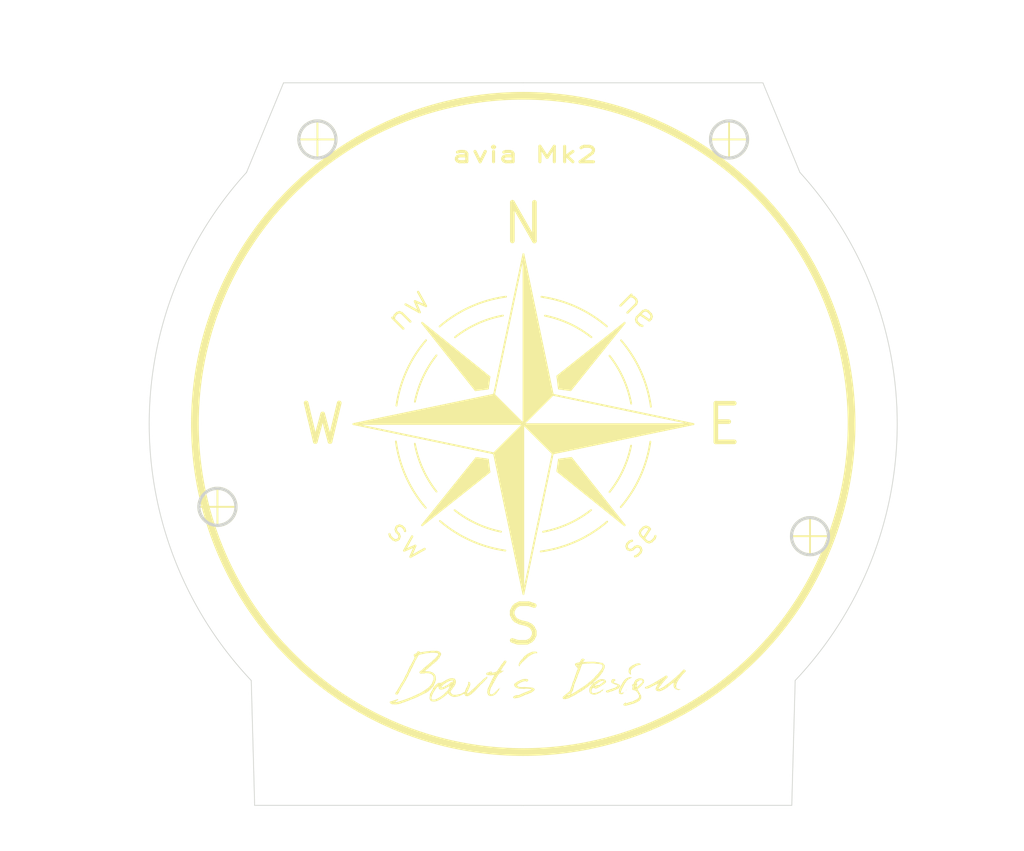
<source format=kicad_pcb>
(kicad_pcb (version 20211014) (generator pcbnew)
  (layers (0 "F.Cu" signal) (31 "B.Cu" signal) (34 "B.Paste" user) (35 "F.Paste" user) (36 "B.SilkS" user "B.Silkscreen") (37 "F.SilkS" user "F.Silkscreen") (38 "B.Mask" user) (39 "F.Mask" user) (44 "Edge.Cuts" user))
  (net 0 "")
  (footprint "BartLib_Logo:BD_full 20x5.2" (layer "F.Cu") (at 201.02 116.87)
    (fp_text reference "G***" hide)
    (fp_text value "LOGO" hide)
  )
  (gr_arc (start 194.388408 104.383699) (mid 193.499841 102.919271) (end 192.986752 101.285) (layer "F.SilkS") (width 0.12))
  (gr_arc (start 195.588053 94.386656) (mid 197.052476 93.498077) (end 198.686752 92.985) (layer "F.SilkS") (width 0.12))
  (gr_line (start 206.561752 93.46) (end 203.061752 97.81) (layer "F.SilkS") (width 0.12))
  (gr_line (start 193.461752 106.56) (end 196.961752 102.21) (layer "F.SilkS") (width 0.12))
  (gr_circle (center 180.211752 105.37) (end 181.411752 105.37) (layer "F.SilkS") (width 0.2) (fill none))
  (gr_circle (center 200.001752 100) (end 178.753504 100) (layer "F.SilkS") (width 0.5) (fill none))
  (gr_line (start 180.211752 106.57) (end 180.211752 104.17) (layer "F.SilkS") (width 0.12))
  (gr_line (start 217.361752 107.27) (end 219.761752 107.27) (layer "F.SilkS") (width 0.12))
  (gr_arc (start 208.22649 101.154648) (mid 207.571083 103.406498) (end 206.311752 105.385) (layer "F.SilkS") (width 0.12))
  (gr_circle (center 218.561752 107.27) (end 219.761752 107.27) (layer "F.SilkS") (width 0.2) (fill none))
  (gr_line (start 218.561752 108.47) (end 218.561752 106.07) (layer "F.SilkS") (width 0.12))
  (gr_arc (start 198.842104 108.199738) (mid 196.590262 107.544314) (end 194.611752 106.285) (layer "F.SilkS") (width 0.12))
  (gr_arc (start 201.410495 92.991175) (mid 202.993022 93.51174) (end 204.411752 94.385) (layer "F.SilkS") (width 0.12))
  (gr_line (start 186.681752 82.78) (end 186.681752 80.38) (layer "F.SilkS") (width 0.12))
  (gr_arc (start 205.585096 95.586301) (mid 206.473662 97.05073) (end 206.986752 98.685) (layer "F.SilkS") (width 0.12))
  (gr_line (start 197.711752 102.31) (end 196.961752 102.21) (layer "F.SilkS") (width 0.12))
  (gr_line (start 203.111752 102.21) (end 206.561752 106.56) (layer "F.SilkS") (width 0.12))
  (gr_line (start 185.481752 81.58) (end 187.881752 81.58) (layer "F.SilkS") (width 0.12))
  (gr_line (start 201.911752 101.91) (end 200.011752 111.01) (layer "F.SilkS") (width 0.12))
  (gr_arc (start 206.980577 101.408743) (mid 206.459999 102.991264) (end 205.586752 104.41) (layer "F.SilkS") (width 0.12))
  (gr_line (start 198.111752 101.91) (end 189.011752 100.01) (layer "F.SilkS") (width 0.12))
  (gr_line (start 213.321752 82.78) (end 213.321752 80.38) (layer "F.SilkS") (width 0.12))
  (gr_poly (pts (xy 197.811752 96.96) (xy 197.711752 97.71) (xy 196.911752 97.81) (xy 193.461752 93.46)) (layer "F.SilkS") (width 0.1) (fill solid))
  (gr_arc (start 201.1814 91.770262) (mid 203.433251 92.425666) (end 205.411752 93.685) (layer "F.SilkS") (width 0.12))
  (gr_line (start 196.911752 97.81) (end 193.461752 93.46) (layer "F.SilkS") (width 0.12))
  (gr_line (start 202.211752 96.91) (end 206.561752 93.46) (layer "F.SilkS") (width 0.12))
  (gr_arc (start 194.590978 93.689927) (mid 196.599582 92.414937) (end 198.886752 91.76) (layer "F.SilkS") (width 0.12))
  (gr_line (start 179.011752 105.37) (end 181.411752 105.37) (layer "F.SilkS") (width 0.12))
  (gr_poly (pts (xy 198.111752 101.91) (xy 200.011752 100.01) (xy 200.011752 111.01)) (layer "F.SilkS") (width 0.1) (fill solid))
  (gr_line (start 200.011752 100.01) (end 201.911752 101.91) (layer "F.SilkS") (width 0.12))
  (gr_poly (pts (xy 202.211752 103.06) (xy 202.311752 102.31) (xy 203.111752 102.21) (xy 206.561752 106.56)) (layer "F.SilkS") (width 0.1) (fill solid))
  (gr_line (start 197.711752 97.71) (end 196.911752 97.81) (layer "F.SilkS") (width 0.12))
  (gr_line (start 200.011752 100.01) (end 201.911752 98.11) (layer "F.SilkS") (width 0.12))
  (gr_line (start 200.011752 100.01) (end 198.111752 98.11) (layer "F.SilkS") (width 0.12))
  (gr_line (start 206.561752 106.56) (end 202.211752 103.06) (layer "F.SilkS") (width 0.12))
  (gr_line (start 197.711752 102.31) (end 197.811752 103.11) (layer "F.SilkS") (width 0.12))
  (gr_line (start 189.011752 100.01) (end 198.111752 98.11) (layer "F.SilkS") (width 0.12))
  (gr_line (start 212.121752 81.58) (end 214.521752 81.58) (layer "F.SilkS") (width 0.12))
  (gr_poly (pts (xy 201.911752 101.91) (xy 200.011752 100.01) (xy 211.011752 100.01)) (layer "F.SilkS") (width 0.1) (fill solid))
  (gr_arc (start 198.563009 106.978825) (mid 196.980482 106.458262) (end 195.561752 105.585) (layer "F.SilkS") (width 0.12))
  (gr_line (start 202.311752 97.71) (end 203.061752 97.81) (layer "F.SilkS") (width 0.12))
  (gr_line (start 202.311752 97.71) (end 202.211752 96.91) (layer "F.SilkS") (width 0.12))
  (gr_poly (pts (xy 203.061752 97.81) (xy 202.311752 97.71) (xy 202.211752 96.91) (xy 206.561752 93.46)) (layer "F.SilkS") (width 0.1) (fill solid))
  (gr_arc (start 193.691679 105.430774) (mid 192.416673 103.422177) (end 191.761752 101.135) (layer "F.SilkS") (width 0.12))
  (gr_line (start 200.011752 111.01) (end 198.111752 101.91) (layer "F.SilkS") (width 0.12))
  (gr_line (start 200.011752 100.01) (end 198.111752 98.11) (layer "F.SilkS") (width 0.12))
  (gr_poly (pts (xy 196.961752 102.21) (xy 197.711752 102.31) (xy 197.811752 103.11) (xy 193.461752 106.56)) (layer "F.SilkS") (width 0.1) (fill solid))
  (gr_line (start 200.011752 100.01) (end 198.111752 101.91) (layer "F.SilkS") (width 0.12))
  (gr_line (start 200.011752 100.01) (end 198.111752 101.91) (layer "F.SilkS") (width 0.12))
  (gr_line (start 200.011752 89.01) (end 201.911752 98.11) (layer "F.SilkS") (width 0.12))
  (gr_arc (start 205.432526 106.330073) (mid 203.423923 107.605065) (end 201.136752 108.26) (layer "F.SilkS") (width 0.12))
  (gr_line (start 211.011752 100.01) (end 201.911752 101.91) (layer "F.SilkS") (width 0.12))
  (gr_arc (start 191.797014 98.815352) (mid 192.452421 96.563502) (end 193.711752 94.585) (layer "F.SilkS") (width 0.12))
  (gr_arc (start 206.331825 94.589226) (mid 207.606831 96.597823) (end 208.261752 98.885) (layer "F.SilkS") (width 0.12))
  (gr_line (start 193.461752 93.46) (end 197.811752 96.96) (layer "F.SilkS") (width 0.12))
  (gr_circle (center 213.321752 81.58) (end 214.521752 81.58) (layer "F.SilkS") (width 0.2) (fill none))
  (gr_line (start 197.711752 97.71) (end 197.811752 96.96) (layer "F.SilkS") (width 0.12))
  (gr_line (start 198.111752 98.11) (end 200.011752 89.01) (layer "F.SilkS") (width 0.12))
  (gr_poly (pts (xy 201.911752 98.11) (xy 200.011752 100.01) (xy 200.011752 89.01)) (layer "F.SilkS") (width 0.1) (fill solid))
  (gr_circle (center 186.681752 81.58) (end 187.881752 81.58) (layer "F.SilkS") (width 0.2) (fill none))
  (gr_line (start 200.011752 100.01) (end 201.911752 98.11) (layer "F.SilkS") (width 0.12))
  (gr_arc (start 204.385451 105.583344) (mid 202.921029 106.471924) (end 201.286752 106.985) (layer "F.SilkS") (width 0.12))
  (gr_line (start 202.311752 102.31) (end 202.211752 103.06) (layer "F.SilkS") (width 0.12))
  (gr_line (start 202.311752 102.31) (end 203.111752 102.21) (layer "F.SilkS") (width 0.12))
  (gr_arc (start 192.992927 98.561257) (mid 193.513506 96.978737) (end 194.386752 95.56) (layer "F.SilkS") (width 0.12))
  (gr_line (start 200.011752 100.01) (end 201.911752 101.91) (layer "F.SilkS") (width 0.12))
  (gr_line (start 197.811752 103.11) (end 193.461752 106.56) (layer "F.SilkS") (width 0.12))
  (gr_line (start 201.911752 98.11) (end 211.011752 100.01) (layer "F.SilkS") (width 0.12))
  (gr_poly (pts (xy 198.111752 98.11) (xy 200.011752 100.01) (xy 189.011752 100.01)) (layer "F.SilkS") (width 0.1) (fill solid))
  (gr_circle (center 180.21 105.37) (end 179.01 105.37) (layer "Edge.Cuts") (width 0.2) (fill none))
  (gr_line (start 182.399373 116.614818) (end 182.62 124.7) (layer "Edge.Cuts") (width 0.05))
  (gr_circle (center 186.68 81.58) (end 185.48 81.58) (layer "Edge.Cuts") (width 0.2) (fill none))
  (gr_line (start 182.094102 83.714636) (end 184.49 77.91) (layer "Edge.Cuts") (width 0.05))
  (gr_circle (center 218.56 107.27) (end 217.36 107.27) (layer "Edge.Cuts") (width 0.2) (fill none))
  (gr_arc (start 182.399373 116.614818) (mid 175.797029 100.224572) (end 182.094102 83.714636) (layer "Edge.Cuts") (width 0.05))
  (gr_line (start 200 124.7) (end 217.38 124.7) (layer "Edge.Cuts") (width 0.05))
  (gr_line (start 182.62 124.7) (end 200 124.7) (layer "Edge.Cuts") (width 0.05))
  (gr_arc (start 217.905898 83.714636) (mid 224.202972 100.224572) (end 217.600627 116.614818) (layer "Edge.Cuts") (width 0.05))
  (gr_line (start 184.49 77.91) (end 200 77.91) (layer "Edge.Cuts") (width 0.05))
  (gr_line (start 215.51 77.91) (end 217.905898 83.714636) (layer "Edge.Cuts") (width 0.05))
  (gr_circle (center 213.32 81.58) (end 212.12 81.58) (layer "Edge.Cuts") (width 0.2) (fill none))
  (gr_line (start 217.38 124.7) (end 217.600627 116.614818) (layer "Edge.Cuts") (width 0.05))
  (gr_line (start 200 77.91) (end 215.51 77.91) (layer "Edge.Cuts") (width 0.05))
  (gr_text "avia Mk2" (at 200.113504 82.57) (layer "F.SilkS") (effects (font (size 1 1.4) (thickness 0.2))))
  (gr_text "W" (at 187.021752 100) (layer "F.SilkS") (effects (font (size 2.5 2.5) (thickness 0.3))))
  (gr_text "E" (at 213.001752 100.02) (layer "F.SilkS") (effects (font (size 2.5 2.5) (thickness 0.3))))
  (gr_text "sw" (at 192.561752 107.485 315) (layer "F.SilkS") (effects (font (size 1.5 1.5))))
  (gr_text "se" (at 207.486752 107.46 45) (layer "F.SilkS") (effects (font (size 1.5 1.5))))
  (gr_text "S" (at 200.001752 113) (layer "F.SilkS") (effects (font (size 2.5 2.5) (thickness 0.3))))
  (gr_text "ne" (at 207.461752 92.535 315) (layer "F.SilkS") (effects (font (size 1.5 1.5))))
  (gr_text "N" (at 200.011752 87.01) (layer "F.SilkS") (effects (font (size 2.5 2.5) (thickness 0.3))))
  (gr_text "nw" (at 192.536752 92.56 45) (layer "F.SilkS") (effects (font (size 1.5 1.5))))
)
</source>
